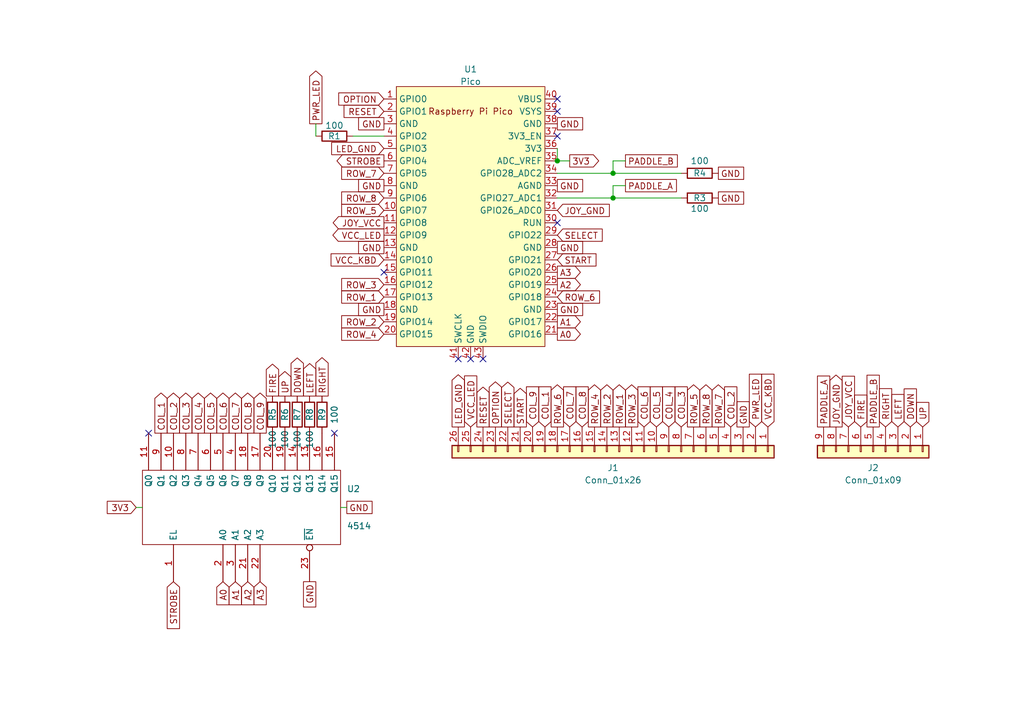
<source format=kicad_sch>
(kicad_sch (version 20230121) (generator eeschema)
  (paper "A5")
  (title_block (title "DecentXE USB adapter") (date "2023-04-17") (rev "2") (company "Decent Consulting"))
  (lib_symbols
    (symbol "4xxx_IEEE:4514" (pin_names (offset 0.762))
      (property "Reference" "U" (at 6.35 21.59 0))
      (property "Value" "4514" (at 7.62 -22.86 0))
      (symbol "4514_0_1"
        (rectangle (start 7.62 20.32) (end -7.62 -20.32))
      )
      (symbol "4514_1_1"
        (pin input line (at -15.24 13.97 0) (length 7.62) (name "EL") (number "1"))
        (pin output line (at 15.24 13.97 180) (length 7.62) (name "Q2") (number "10"))
        (pin output line (at 15.24 19.05 180) (length 7.62) (name "Q0") (number "11"))
        (pin power_in line (at 0 -20.32 90) (length 0) hide (name "Vss") (number "12"))
        (pin output line (at 15.24 -13.97 180) (length 7.62) (name "Q13") (number "13"))
        (pin output line (at 15.24 -11.43 180) (length 7.62) (name "Q12") (number "14"))
        (pin output line (at 15.24 -19.05 180) (length 7.62) (name "Q15") (number "15"))
        (pin output line (at 15.24 -16.51 180) (length 7.62) (name "Q14") (number "16"))
        (pin output line (at 15.24 -3.81 180) (length 7.62) (name "Q9") (number "17"))
        (pin output line (at 15.24 -1.27 180) (length 7.62) (name "Q8") (number "18"))
        (pin output line (at 15.24 -8.89 180) (length 7.62) (name "Q11") (number "19"))
        (pin input line (at -15.24 3.81 0) (length 7.62) (name "A0") (number "2"))
        (pin output line (at 15.24 -6.35 180) (length 7.62) (name "Q10") (number "20"))
        (pin input line (at -15.24 -1.27 0) (length 7.62) (name "A2") (number "21"))
        (pin input line (at -15.24 -3.81 0) (length 7.62) (name "A3") (number "22"))
        (pin input inverted (at -15.24 -13.97 0) (length 7.62) (name "~{EN}") (number "23"))
        (pin power_in line (at 0 20.32 270) (length 0) hide (name "Vdd") (number "24"))
        (pin input line (at -15.24 1.27 0) (length 7.62) (name "A1") (number "3"))
        (pin output line (at 15.24 1.27 180) (length 7.62) (name "Q7") (number "4"))
        (pin output line (at 15.24 3.81 180) (length 7.62) (name "Q6") (number "5"))
        (pin output line (at 15.24 6.35 180) (length 7.62) (name "Q5") (number "6"))
        (pin output line (at 15.24 8.89 180) (length 7.62) (name "Q4") (number "7"))
        (pin output line (at 15.24 11.43 180) (length 7.62) (name "Q3") (number "8"))
        (pin output line (at 15.24 16.51 180) (length 7.62) (name "Q1") (number "9"))
      )
    )
    (symbol "Connector_Generic:Conn_01x09" (pin_names (offset 1.016) hide)
      (property "Reference" "J" (at 0 12.7 0))
      (property "Value" "Conn_01x09" (at 0 -12.7 0))
      (symbol "Conn_01x09_1_1"
        (rectangle (start -1.27 -10.033) (end 0 -10.287) (stroke (width 0.1524)))
        (rectangle (start -1.27 -7.493) (end 0 -7.747) (stroke (width 0.1524)))
        (rectangle (start -1.27 -4.953) (end 0 -5.207) (stroke (width 0.1524)))
        (rectangle (start -1.27 -2.413) (end 0 -2.667) (stroke (width 0.1524)))
        (rectangle (start -1.27 0.127) (end 0 -0.127) (stroke (width 0.1524)))
        (rectangle (start -1.27 2.667) (end 0 2.413) (stroke (width 0.1524)))
        (rectangle (start -1.27 5.207) (end 0 4.953) (stroke (width 0.1524)))
        (rectangle (start -1.27 7.747) (end 0 7.493) (stroke (width 0.1524)))
        (rectangle (start -1.27 10.287) (end 0 10.033) (stroke (width 0.1524)))
        (rectangle (start -1.27 11.43) (end 1.27 -11.43) (stroke (width 0.254)) (fill (type background)))
        (pin passive line (at -5.08 10.16 0) (length 3.81) (name "Pin_1") (number "1"))
        (pin passive line (at -5.08 7.62 0) (length 3.81) (name "Pin_2") (number "2"))
        (pin passive line (at -5.08 5.08 0) (length 3.81) (name "Pin_3") (number "3"))
        (pin passive line (at -5.08 2.54 0) (length 3.81) (name "Pin_4") (number "4"))
        (pin passive line (at -5.08 0 0) (length 3.81) (name "Pin_5") (number "5"))
        (pin passive line (at -5.08 -2.54 0) (length 3.81) (name "Pin_6") (number "6"))
        (pin passive line (at -5.08 -5.08 0) (length 3.81) (name "Pin_7") (number "7"))
        (pin passive line (at -5.08 -7.62 0) (length 3.81) (name "Pin_8") (number "8"))
        (pin passive line (at -5.08 -10.16 0) (length 3.81) (name "Pin_9") (number "9"))
      )
    )
    (symbol "Connector_Generic:Conn_01x26" (pin_names (offset 1.016) hide)
      (property "Reference" "J" (at 0 33.02 0))
      (property "Value" "Conn_01x26" (at 0 -35.56 0))
      (symbol "Conn_01x26_1_1"
        (rectangle (start -1.27 -32.893) (end 0 -33.147) (stroke (width 0.1524)))
        (rectangle (start -1.27 -30.353) (end 0 -30.607) (stroke (width 0.1524)))
        (rectangle (start -1.27 -27.813) (end 0 -28.067) (stroke (width 0.1524)))
        (rectangle (start -1.27 -25.273) (end 0 -25.527) (stroke (width 0.1524)))
        (rectangle (start -1.27 -22.733) (end 0 -22.987) (stroke (width 0.1524)))
        (rectangle (start -1.27 -20.193) (end 0 -20.447) (stroke (width 0.1524)))
        (rectangle (start -1.27 -17.653) (end 0 -17.907) (stroke (width 0.1524)))
        (rectangle (start -1.27 -15.113) (end 0 -15.367) (stroke (width 0.1524)))
        (rectangle (start -1.27 -12.573) (end 0 -12.827) (stroke (width 0.1524)))
        (rectangle (start -1.27 -10.033) (end 0 -10.287) (stroke (width 0.1524)))
        (rectangle (start -1.27 -7.493) (end 0 -7.747) (stroke (width 0.1524)))
        (rectangle (start -1.27 -4.953) (end 0 -5.207) (stroke (width 0.1524)))
        (rectangle (start -1.27 -2.413) (end 0 -2.667) (stroke (width 0.1524)))
        (rectangle (start -1.27 0.127) (end 0 -0.127) (stroke (width 0.1524)))
        (rectangle (start -1.27 2.667) (end 0 2.413) (stroke (width 0.1524)))
        (rectangle (start -1.27 5.207) (end 0 4.953) (stroke (width 0.1524)))
        (rectangle (start -1.27 7.747) (end 0 7.493) (stroke (width 0.1524)))
        (rectangle (start -1.27 10.287) (end 0 10.033) (stroke (width 0.1524)))
        (rectangle (start -1.27 12.827) (end 0 12.573) (stroke (width 0.1524)))
        (rectangle (start -1.27 15.367) (end 0 15.113) (stroke (width 0.1524)))
        (rectangle (start -1.27 17.907) (end 0 17.653) (stroke (width 0.1524)))
        (rectangle (start -1.27 20.447) (end 0 20.193) (stroke (width 0.1524)))
        (rectangle (start -1.27 22.987) (end 0 22.733) (stroke (width 0.1524)))
        (rectangle (start -1.27 25.527) (end 0 25.273) (stroke (width 0.1524)))
        (rectangle (start -1.27 28.067) (end 0 27.813) (stroke (width 0.1524)))
        (rectangle (start -1.27 30.607) (end 0 30.353) (stroke (width 0.1524)))
        (rectangle (start -1.27 31.75) (end 1.27 -34.29) (stroke (width 0.254)) (fill (type background)))
        (pin passive line (at -5.08 30.48 0) (length 3.81) (name "Pin_1") (number "1"))
        (pin passive line (at -5.08 7.62 0) (length 3.81) (name "Pin_10") (number "10"))
        (pin passive line (at -5.08 5.08 0) (length 3.81) (name "Pin_11") (number "11"))
        (pin passive line (at -5.08 2.54 0) (length 3.81) (name "Pin_12") (number "12"))
        (pin passive line (at -5.08 0 0) (length 3.81) (name "Pin_13") (number "13"))
        (pin passive line (at -5.08 -2.54 0) (length 3.81) (name "Pin_14") (number "14"))
        (pin passive line (at -5.08 -5.08 0) (length 3.81) (name "Pin_15") (number "15"))
        (pin passive line (at -5.08 -7.62 0) (length 3.81) (name "Pin_16") (number "16"))
        (pin passive line (at -5.08 -10.16 0) (length 3.81) (name "Pin_17") (number "17"))
        (pin passive line (at -5.08 -12.7 0) (length 3.81) (name "Pin_18") (number "18"))
        (pin passive line (at -5.08 -15.24 0) (length 3.81) (name "Pin_19") (number "19"))
        (pin passive line (at -5.08 27.94 0) (length 3.81) (name "Pin_2") (number "2"))
        (pin passive line (at -5.08 -17.78 0) (length 3.81) (name "Pin_20") (number "20"))
        (pin passive line (at -5.08 -20.32 0) (length 3.81) (name "Pin_21") (number "21"))
        (pin passive line (at -5.08 -22.86 0) (length 3.81) (name "Pin_22") (number "22"))
        (pin passive line (at -5.08 -25.4 0) (length 3.81) (name "Pin_23") (number "23"))
        (pin passive line (at -5.08 -27.94 0) (length 3.81) (name "Pin_24") (number "24"))
        (pin passive line (at -5.08 -30.48 0) (length 3.81) (name "Pin_25") (number "25"))
        (pin passive line (at -5.08 -33.02 0) (length 3.81) (name "Pin_26") (number "26"))
        (pin passive line (at -5.08 25.4 0) (length 3.81) (name "Pin_3") (number "3"))
        (pin passive line (at -5.08 22.86 0) (length 3.81) (name "Pin_4") (number "4"))
        (pin passive line (at -5.08 20.32 0) (length 3.81) (name "Pin_5") (number "5"))
        (pin passive line (at -5.08 17.78 0) (length 3.81) (name "Pin_6") (number "6"))
        (pin passive line (at -5.08 15.24 0) (length 3.81) (name "Pin_7") (number "7"))
        (pin passive line (at -5.08 12.7 0) (length 3.81) (name "Pin_8") (number "8"))
        (pin passive line (at -5.08 10.16 0) (length 3.81) (name "Pin_9") (number "9"))
      )
    )
    (symbol "Device:R" (pin_numbers hide) (pin_names (offset 0))
      (property "Reference" "R" (at 2.032 0 90))
      (property "Value" "R" (at 0 0 90))
      (symbol "R_0_1"
        (rectangle (start -1.016 -2.54) (end 1.016 2.54) (stroke (width 0.254)))
      )
      (symbol "R_1_1"
        (pin passive line (at 0 3.81 270) (length 1.27) (name "~") (number "1"))
        (pin passive line (at 0 -3.81 90) (length 1.27) (name "~") (number "2"))
      )
    )
    (symbol "Rasppberry Pi:Pico"
      (property "Reference" "U" (at -13.97 27.94 0))
      (property "Value" "Pico" (at 0 19.05 0))
      (symbol "Pico_0_0"
        (text "Raspberry Pi Pico" (at 0 21.59 0) (effects (font (size 1.27 1.27))))
      )
      (symbol "Pico_0_1"
        (rectangle (start -15.24 26.67) (end 15.24 -26.67) (fill (type background)))
      )
      (symbol "Pico_1_1"
        (pin bidirectional line (at -17.78 24.13 0) (length 2.54) (name "GPIO0") (number "1"))
        (pin bidirectional line (at -17.78 1.27 0) (length 2.54) (name "GPIO7") (number "10"))
        (pin bidirectional line (at -17.78 -1.27 0) (length 2.54) (name "GPIO8") (number "11"))
        (pin bidirectional line (at -17.78 -3.81 0) (length 2.54) (name "GPIO9") (number "12"))
        (pin power_in line (at -17.78 -6.35 0) (length 2.54) (name "GND") (number "13"))
        (pin bidirectional line (at -17.78 -8.89 0) (length 2.54) (name "GPIO10") (number "14"))
        (pin bidirectional line (at -17.78 -11.43 0) (length 2.54) (name "GPIO11") (number "15"))
        (pin bidirectional line (at -17.78 -13.97 0) (length 2.54) (name "GPIO12") (number "16"))
        (pin bidirectional line (at -17.78 -16.51 0) (length 2.54) (name "GPIO13") (number "17"))
        (pin power_in line (at -17.78 -19.05 0) (length 2.54) (name "GND") (number "18"))
        (pin bidirectional line (at -17.78 -21.59 0) (length 2.54) (name "GPIO14") (number "19"))
        (pin bidirectional line (at -17.78 21.59 0) (length 2.54) (name "GPIO1") (number "2"))
        (pin bidirectional line (at -17.78 -24.13 0) (length 2.54) (name "GPIO15") (number "20"))
        (pin bidirectional line (at 17.78 -24.13 180) (length 2.54) (name "GPIO16") (number "21"))
        (pin bidirectional line (at 17.78 -21.59 180) (length 2.54) (name "GPIO17") (number "22"))
        (pin power_in line (at 17.78 -19.05 180) (length 2.54) (name "GND") (number "23"))
        (pin bidirectional line (at 17.78 -16.51 180) (length 2.54) (name "GPIO18") (number "24"))
        (pin bidirectional line (at 17.78 -13.97 180) (length 2.54) (name "GPIO19") (number "25"))
        (pin bidirectional line (at 17.78 -11.43 180) (length 2.54) (name "GPIO20") (number "26"))
        (pin bidirectional line (at 17.78 -8.89 180) (length 2.54) (name "GPIO21") (number "27"))
        (pin power_in line (at 17.78 -6.35 180) (length 2.54) (name "GND") (number "28"))
        (pin bidirectional line (at 17.78 -3.81 180) (length 2.54) (name "GPIO22") (number "29"))
        (pin power_in line (at -17.78 19.05 0) (length 2.54) (name "GND") (number "3"))
        (pin input line (at 17.78 -1.27 180) (length 2.54) (name "RUN") (number "30"))
        (pin bidirectional line (at 17.78 1.27 180) (length 2.54) (name "GPIO26_ADC0") (number "31"))
        (pin bidirectional line (at 17.78 3.81 180) (length 2.54) (name "GPIO27_ADC1") (number "32"))
        (pin power_in line (at 17.78 6.35 180) (length 2.54) (name "AGND") (number "33"))
        (pin bidirectional line (at 17.78 8.89 180) (length 2.54) (name "GPIO28_ADC2") (number "34"))
        (pin power_in line (at 17.78 11.43 180) (length 2.54) (name "ADC_VREF") (number "35"))
        (pin power_in line (at 17.78 13.97 180) (length 2.54) (name "3V3") (number "36"))
        (pin input line (at 17.78 16.51 180) (length 2.54) (name "3V3_EN") (number "37"))
        (pin bidirectional line (at 17.78 19.05 180) (length 2.54) (name "GND") (number "38"))
        (pin power_in line (at 17.78 21.59 180) (length 2.54) (name "VSYS") (number "39"))
        (pin bidirectional line (at -17.78 16.51 0) (length 2.54) (name "GPIO2") (number "4"))
        (pin power_in line (at 17.78 24.13 180) (length 2.54) (name "VBUS") (number "40"))
        (pin input line (at -2.54 -29.21 90) (length 2.54) (name "SWCLK") (number "41"))
        (pin power_in line (at 0 -29.21 90) (length 2.54) (name "GND") (number "42"))
        (pin bidirectional line (at 2.54 -29.21 90) (length 2.54) (name "SWDIO") (number "43"))
        (pin bidirectional line (at -17.78 13.97 0) (length 2.54) (name "GPIO3") (number "5"))
        (pin bidirectional line (at -17.78 11.43 0) (length 2.54) (name "GPIO4") (number "6"))
        (pin bidirectional line (at -17.78 8.89 0) (length 2.54) (name "GPIO5") (number "7"))
        (pin power_in line (at -17.78 6.35 0) (length 2.54) (name "GND") (number "8"))
        (pin bidirectional line (at -17.78 3.81 0) (length 2.54) (name "GPIO6") (number "9"))
      )
    )
  )
  (junction (at 125.73 40.64))
  (junction (at 125.73 35.56))
  (junction (at 114.3 33.02))
  (no_connect (at 30.48 88.9))
  (no_connect (at 114.3 45.72))
  (no_connect (at 68.58 88.9))
  (no_connect (at 96.52 73.66))
  (no_connect (at 114.3 27.94))
  (no_connect (at 99.06 73.66))
  (no_connect (at 114.3 22.86))
  (no_connect (at 93.98 73.66))
  (no_connect (at 78.74 55.88))
  (no_connect (at 114.3 20.32))
  (wire (pts (xy 114.3 35.56) (xy 125.73 35.56)))
  (wire (pts (xy 114.3 30.48) (xy 114.3 33.02)))
  (wire (pts (xy 128.27 33.02) (xy 125.73 33.02)))
  (wire (pts (xy 125.73 40.64) (xy 139.7 40.64)))
  (wire (pts (xy 125.73 33.02) (xy 125.73 35.56)))
  (wire (pts (xy 72.39 27.94) (xy 78.74 27.94)))
  (wire (pts (xy 27.94 104.14) (xy 29.21 104.14)))
  (wire (pts (xy 114.3 40.64) (xy 125.73 40.64)))
  (wire (pts (xy 125.73 38.1) (xy 125.73 40.64)))
  (wire (pts (xy 114.3 33.02) (xy 116.84 33.02)))
  (wire (pts (xy 71.12 104.14) (xy 69.85 104.14)))
  (wire (pts (xy 128.27 38.1) (xy 125.73 38.1)))
  (wire (pts (xy 125.73 35.56) (xy 139.7 35.56)))
  (wire (pts (xy 64.77 25.4) (xy 64.77 27.94)))
  (global_label "GND" (shape passive) (at 78.74 25.4 180) (property "Intersheetrefs" "${INTERSHEET_REFS}" (effects hide)))
  (global_label "COL_2" (shape input) (at 149.86 87.63 90) (property "Intersheetrefs" "${INTERSHEET_REFS}" (effects hide)))
  (global_label "JOY_VCC" (shape input) (at 173.99 87.63 90) (property "Intersheetrefs" "${INTERSHEET_REFS}" (effects hide)))
  (global_label "ROW_7" (shape output) (at 147.32 87.63 90) (property "Intersheetrefs" "${INTERSHEET_REFS}" (effects hide)))
  (global_label "LED_GND" (shape input) (at 78.74 30.48 180) (property "Intersheetrefs" "${INTERSHEET_REFS}" (effects hide)))
  (global_label "COL_4" (shape output) (at 40.64 88.9 90) (property "Intersheetrefs" "${INTERSHEET_REFS}" (effects hide)))
  (global_label "VCC_KBD" (shape input) (at 157.48 87.63 90) (property "Intersheetrefs" "${INTERSHEET_REFS}" (effects hide)))
  (global_label "PWR_LED" (shape output) (at 64.77 25.4 90) (property "Intersheetrefs" "${INTERSHEET_REFS}" (effects hide)))
  (global_label "PADDLE_B" (shape passive) (at 128.27 33.02 0) (property "Intersheetrefs" "${INTERSHEET_REFS}" (effects hide)))
  (global_label "A2" (shape input) (at 50.8 119.38 270) (property "Intersheetrefs" "${INTERSHEET_REFS}" (effects hide)))
  (global_label "ROW_8" (shape output) (at 144.78 87.63 90) (property "Intersheetrefs" "${INTERSHEET_REFS}" (effects hide)))
  (global_label "SELECT" (shape input) (at 114.3 48.26 0) (property "Intersheetrefs" "${INTERSHEET_REFS}" (effects hide)))
  (global_label "PADDLE_A" (shape passive) (at 168.91 87.63 90) (property "Intersheetrefs" "${INTERSHEET_REFS}" (effects hide)))
  (global_label "ROW_3" (shape output) (at 129.54 87.63 90) (property "Intersheetrefs" "${INTERSHEET_REFS}" (effects hide)))
  (global_label "RESET" (shape input) (at 78.74 22.86 180) (property "Intersheetrefs" "${INTERSHEET_REFS}" (effects hide)))
  (global_label "RESET" (shape output) (at 99.06 87.63 90) (property "Intersheetrefs" "${INTERSHEET_REFS}" (effects hide)))
  (global_label "ROW_5" (shape output) (at 142.24 87.63 90) (property "Intersheetrefs" "${INTERSHEET_REFS}" (effects hide)))
  (global_label "SELECT" (shape output) (at 104.14 87.63 90) (property "Intersheetrefs" "${INTERSHEET_REFS}" (effects hide)))
  (global_label "GND" (shape passive) (at 147.32 35.56 0) (property "Intersheetrefs" "${INTERSHEET_REFS}" (effects hide)))
  (global_label "ROW_7" (shape input) (at 78.74 35.56 180) (property "Intersheetrefs" "${INTERSHEET_REFS}" (effects hide)))
  (global_label "A1" (shape output) (at 114.3 66.04 0) (property "Intersheetrefs" "${INTERSHEET_REFS}" (effects hide)))
  (global_label "GND" (shape passive) (at 78.74 63.5 180) (property "Intersheetrefs" "${INTERSHEET_REFS}" (effects hide)))
  (global_label "ROW_1" (shape input) (at 78.74 60.96 180) (property "Intersheetrefs" "${INTERSHEET_REFS}" (effects hide)))
  (global_label "COL_1" (shape input) (at 111.76 87.63 90) (property "Intersheetrefs" "${INTERSHEET_REFS}" (effects hide)))
  (global_label "GND" (shape passive) (at 152.4 87.63 90) (property "Intersheetrefs" "${INTERSHEET_REFS}" (effects hide)))
  (global_label "UP" (shape output) (at 58.42 81.28 90) (property "Intersheetrefs" "${INTERSHEET_REFS}" (effects hide)))
  (global_label "ROW_3" (shape input) (at 78.74 58.42 180) (property "Intersheetrefs" "${INTERSHEET_REFS}" (effects hide)))
  (global_label "COL_5" (shape input) (at 134.62 87.63 90) (property "Intersheetrefs" "${INTERSHEET_REFS}" (effects hide)))
  (global_label "FIRE" (shape input) (at 176.53 87.63 90) (property "Intersheetrefs" "${INTERSHEET_REFS}" (effects hide)))
  (global_label "COL_9" (shape output) (at 53.34 88.9 90) (property "Intersheetrefs" "${INTERSHEET_REFS}" (effects hide)))
  (global_label "COL_8" (shape input) (at 119.38 87.63 90) (property "Intersheetrefs" "${INTERSHEET_REFS}" (effects hide)))
  (global_label "3V3" (shape input) (at 27.94 104.14 180) (property "Intersheetrefs" "${INTERSHEET_REFS}" (effects hide)))
  (global_label "ROW_6" (shape output) (at 114.3 87.63 90) (property "Intersheetrefs" "${INTERSHEET_REFS}" (effects hide)))
  (global_label "COL_5" (shape output) (at 43.18 88.9 90) (property "Intersheetrefs" "${INTERSHEET_REFS}" (effects hide)))
  (global_label "DOWN" (shape output) (at 60.96 81.28 90) (property "Intersheetrefs" "${INTERSHEET_REFS}" (effects hide)))
  (global_label "COL_4" (shape input) (at 137.16 87.63 90) (property "Intersheetrefs" "${INTERSHEET_REFS}" (effects hide)))
  (global_label "RIGHT" (shape input) (at 181.61 87.63 90) (property "Intersheetrefs" "${INTERSHEET_REFS}" (effects hide)))
  (global_label "COL_2" (shape output) (at 35.56 88.9 90) (property "Intersheetrefs" "${INTERSHEET_REFS}" (effects hide)))
  (global_label "LED_GND" (shape output) (at 93.98 87.63 90) (property "Intersheetrefs" "${INTERSHEET_REFS}" (effects hide)))
  (global_label "DOWN" (shape input) (at 186.69 87.63 90) (property "Intersheetrefs" "${INTERSHEET_REFS}" (effects hide)))
  (global_label "STROBE" (shape output) (at 78.74 33.02 180) (property "Intersheetrefs" "${INTERSHEET_REFS}" (effects hide)))
  (global_label "COL_1" (shape output) (at 33.02 88.9 90) (property "Intersheetrefs" "${INTERSHEET_REFS}" (effects hide)))
  (global_label "COL_8" (shape output) (at 50.8 88.9 90) (property "Intersheetrefs" "${INTERSHEET_REFS}" (effects hide)))
  (global_label "GND" (shape passive) (at 114.3 50.8 0) (property "Intersheetrefs" "${INTERSHEET_REFS}" (effects hide)))
  (global_label "GND" (shape passive) (at 147.32 40.64 0) (property "Intersheetrefs" "${INTERSHEET_REFS}" (effects hide)))
  (global_label "3V3" (shape output) (at 116.84 33.02 0) (property "Intersheetrefs" "${INTERSHEET_REFS}" (effects hide)))
  (global_label "PADDLE_B" (shape passive) (at 179.07 87.63 90) (property "Intersheetrefs" "${INTERSHEET_REFS}" (effects hide)))
  (global_label "A0" (shape input) (at 45.72 119.38 270) (property "Intersheetrefs" "${INTERSHEET_REFS}" (effects hide)))
  (global_label "COL_9" (shape input) (at 109.22 87.63 90) (property "Intersheetrefs" "${INTERSHEET_REFS}" (effects hide)))
  (global_label "OPTION" (shape output) (at 101.6 87.63 90) (property "Intersheetrefs" "${INTERSHEET_REFS}" (effects hide)))
  (global_label "A0" (shape output) (at 114.3 68.58 0) (property "Intersheetrefs" "${INTERSHEET_REFS}" (effects hide)))
  (global_label "A3" (shape input) (at 53.34 119.38 270) (property "Intersheetrefs" "${INTERSHEET_REFS}" (effects hide)))
  (global_label "PADDLE_A" (shape passive) (at 128.27 38.1 0) (property "Intersheetrefs" "${INTERSHEET_REFS}" (effects hide)))
  (global_label "GND" (shape passive) (at 78.74 38.1 180) (property "Intersheetrefs" "${INTERSHEET_REFS}" (effects hide)))
  (global_label "FIRE" (shape output) (at 55.88 81.28 90) (property "Intersheetrefs" "${INTERSHEET_REFS}" (effects hide)))
  (global_label "COL_3" (shape output) (at 38.1 88.9 90) (property "Intersheetrefs" "${INTERSHEET_REFS}" (effects hide)))
  (global_label "GND" (shape passive) (at 114.3 25.4 0) (property "Intersheetrefs" "${INTERSHEET_REFS}" (effects hide)))
  (global_label "VCC_LED" (shape output) (at 78.74 48.26 180) (property "Intersheetrefs" "${INTERSHEET_REFS}" (effects hide)))
  (global_label "JOY_GND" (shape output) (at 171.45 87.63 90) (property "Intersheetrefs" "${INTERSHEET_REFS}" (effects hide)))
  (global_label "ROW_6" (shape input) (at 114.3 60.96 0) (property "Intersheetrefs" "${INTERSHEET_REFS}" (effects hide)))
  (global_label "GND" (shape passive) (at 114.3 38.1 0) (property "Intersheetrefs" "${INTERSHEET_REFS}" (effects hide)))
  (global_label "OPTION" (shape input) (at 78.74 20.32 180) (property "Intersheetrefs" "${INTERSHEET_REFS}" (effects hide)))
  (global_label "A1" (shape input) (at 48.26 119.38 270) (property "Intersheetrefs" "${INTERSHEET_REFS}" (effects hide)))
  (global_label "ROW_2" (shape output) (at 124.46 87.63 90) (property "Intersheetrefs" "${INTERSHEET_REFS}" (effects hide)))
  (global_label "GND" (shape passive) (at 71.12 104.14 0) (property "Intersheetrefs" "${INTERSHEET_REFS}" (effects hide)))
  (global_label "LEFT" (shape output) (at 63.5 81.28 90) (property "Intersheetrefs" "${INTERSHEET_REFS}" (effects hide)))
  (global_label "A3" (shape output) (at 114.3 55.88 0) (property "Intersheetrefs" "${INTERSHEET_REFS}" (effects hide)))
  (global_label "GND" (shape passive) (at 78.74 50.8 180) (property "Intersheetrefs" "${INTERSHEET_REFS}" (effects hide)))
  (global_label "JOY_VCC" (shape output) (at 78.74 45.72 180) (property "Intersheetrefs" "${INTERSHEET_REFS}" (effects hide)))
  (global_label "ROW_5" (shape input) (at 78.74 43.18 180) (property "Intersheetrefs" "${INTERSHEET_REFS}" (effects hide)))
  (global_label "LEFT" (shape input) (at 184.15 87.63 90) (property "Intersheetrefs" "${INTERSHEET_REFS}" (effects hide)))
  (global_label "COL_7" (shape input) (at 116.84 87.63 90) (property "Intersheetrefs" "${INTERSHEET_REFS}" (effects hide)))
  (global_label "START" (shape input) (at 114.3 53.34 0) (property "Intersheetrefs" "${INTERSHEET_REFS}" (effects hide)))
  (global_label "STROBE" (shape input) (at 35.56 119.38 270) (property "Intersheetrefs" "${INTERSHEET_REFS}" (effects hide)))
  (global_label "ROW_4" (shape input) (at 78.74 68.58 180) (property "Intersheetrefs" "${INTERSHEET_REFS}" (effects hide)))
  (global_label "RIGHT" (shape output) (at 66.04 81.28 90) (property "Intersheetrefs" "${INTERSHEET_REFS}" (effects hide)))
  (global_label "ROW_4" (shape output) (at 121.92 87.63 90) (property "Intersheetrefs" "${INTERSHEET_REFS}" (effects hide)))
  (global_label "ROW_2" (shape input) (at 78.74 66.04 180) (property "Intersheetrefs" "${INTERSHEET_REFS}" (effects hide)))
  (global_label "VCC_LED" (shape input) (at 96.52 87.63 90) (property "Intersheetrefs" "${INTERSHEET_REFS}" (effects hide)))
  (global_label "A2" (shape output) (at 114.3 58.42 0) (property "Intersheetrefs" "${INTERSHEET_REFS}" (effects hide)))
  (global_label "COL_7" (shape output) (at 48.26 88.9 90) (property "Intersheetrefs" "${INTERSHEET_REFS}" (effects hide)))
  (global_label "ROW_1" (shape output) (at 127 87.63 90) (property "Intersheetrefs" "${INTERSHEET_REFS}" (effects hide)))
  (global_label "COL_6" (shape output) (at 45.72 88.9 90) (property "Intersheetrefs" "${INTERSHEET_REFS}" (effects hide)))
  (global_label "UP" (shape input) (at 189.23 87.63 90) (property "Intersheetrefs" "${INTERSHEET_REFS}" (effects hide)))
  (global_label "PWR_LED" (shape input) (at 154.94 87.63 90) (property "Intersheetrefs" "${INTERSHEET_REFS}" (effects hide)))
  (global_label "GND" (shape passive) (at 63.5 119.38 270) (property "Intersheetrefs" "${INTERSHEET_REFS}" (effects hide)))
  (global_label "START" (shape output) (at 106.68 87.63 90) (property "Intersheetrefs" "${INTERSHEET_REFS}" (effects hide)))
  (global_label "GND" (shape passive) (at 114.3 63.5 0) (property "Intersheetrefs" "${INTERSHEET_REFS}" (effects hide)))
  (global_label "VCC_KBD" (shape input) (at 78.74 53.34 180) (property "Intersheetrefs" "${INTERSHEET_REFS}" (effects hide)))
  (global_label "COL_6" (shape input) (at 132.08 87.63 90) (property "Intersheetrefs" "${INTERSHEET_REFS}" (effects hide)))
  (global_label "ROW_8" (shape input) (at 78.74 40.64 180) (property "Intersheetrefs" "${INTERSHEET_REFS}" (effects hide)))
  (global_label "JOY_GND" (shape input) (at 114.3 43.18 0) (property "Intersheetrefs" "${INTERSHEET_REFS}" (effects hide)))
  (global_label "COL_3" (shape input) (at 139.7 87.63 90) (property "Intersheetrefs" "${INTERSHEET_REFS}" (effects hide)))
  (symbol (lib_id "Device:R") (at 58.42 85.09 180) (unit 1)
    (property "Reference" "R6" (at 58.42 85.09 90))
    (property "Value" "100" (at 58.42 90.17 90))
    (property "Footprint" "Resistor_SMD:R_0603_1608Metric" (effects hide))
  )
  (symbol (lib_id "Connector_Generic:Conn_01x09") (at 179.07 92.71 270) (unit 1)
    (property "Reference" "J2" (at 179.07 96.0104 90))
    (property "Value" "Conn_01x09" (at 179.07 98.5473 90))
    (property "Footprint" "Connector_Dsub:DSUB-9_Male_Horizontal_P2.77x2.84mm_EdgePinOffset4.94mm_Housed_MountingHolesOffset7.48mm" (effects hide))
  )
  (symbol (lib_id "Device:R") (at 60.96 85.09 180) (unit 1)
    (property "Reference" "R7" (at 60.96 85.09 90))
    (property "Value" "100" (at 60.96 90.17 90))
    (property "Footprint" "Resistor_SMD:R_0603_1608Metric" (effects hide))
  )
  (symbol (lib_id "Device:R") (at 66.04 85.09 180) (unit 1)
    (property "Reference" "R9" (at 66.04 85.09 90))
    (property "Value" "100" (at 68.58 85.09 90))
    (property "Footprint" "Resistor_SMD:R_0603_1608Metric" (effects hide))
  )
  (symbol (lib_id "Device:R") (at 63.5 85.09 180) (unit 1)
    (property "Reference" "R8" (at 63.5 85.09 90))
    (property "Value" "100" (at 63.5 90.17 90))
    (property "Footprint" "Resistor_SMD:R_0603_1608Metric" (effects hide))
  )
  (symbol (lib_id "Device:R") (at 68.58 27.94 90) (unit 1)
    (property "Reference" "R1" (at 68.58 27.94 90))
    (property "Value" "100" (at 68.58 25.7611 90))
    (property "Footprint" "Resistor_SMD:R_0603_1608Metric" (effects hide))
  )
  (symbol (lib_id "Rasppberry Pi:Pico") (at 96.52 44.45 0) (unit 1)
    (property "Reference" "U1" (at 96.52 14.2072 0))
    (property "Value" "Pico" (at 96.52 16.7441 0))
    (property "Footprint" "MCU_RaspberryPi_and_Boards:RPi_Pico_SMD_TH" (effects hide))
  )
  (symbol (lib_id "Connector_Generic:Conn_01x26") (at 127 92.71 270) (unit 1)
    (property "Reference" "J1" (at 125.73 96.0104 90))
    (property "Value" "Conn_01x26" (at 125.73 98.5473 90))
    (property "Footprint" "Connector_FFC-FPC:Molex_200528-0260_1x26-1MP_P1.00mm_Horizontal" (effects hide))
  )
  (symbol (lib_id "Device:R") (at 55.88 85.09 180) (unit 1)
    (property "Reference" "R5" (at 55.88 85.09 90))
    (property "Value" "100" (at 55.88 90.17 90))
    (property "Footprint" "Resistor_SMD:R_0603_1608Metric" (effects hide))
  )
  (symbol (lib_id "Device:R") (at 143.51 40.64 270) (unit 1)
    (property "Reference" "R3" (at 143.51 40.64 90))
    (property "Value" "100" (at 143.51 42.8189 90))
    (property "Footprint" "Resistor_SMD:R_0603_1608Metric" (effects hide))
  )
  (symbol (lib_id "Device:R") (at 143.51 35.56 270) (unit 1)
    (property "Reference" "R4" (at 143.51 35.56 90))
    (property "Value" "100" (at 143.51 33.02 90))
    (property "Footprint" "Resistor_SMD:R_0603_1608Metric" (effects hide))
  )
  (symbol (lib_id "4xxx_IEEE:4514") (at 49.53 104.14 90) (unit 1)
    (property "Reference" "U2" (at 71.12 100.33 90) (effects (justify right)))
    (property "Value" "4514" (at 71.12 107.95 90) (effects (justify right)))
    (property "Footprint" "Package_SO:SOIC-24W_7.5x15.4mm_P1.27mm" (effects hide))
  )
)
</source>
